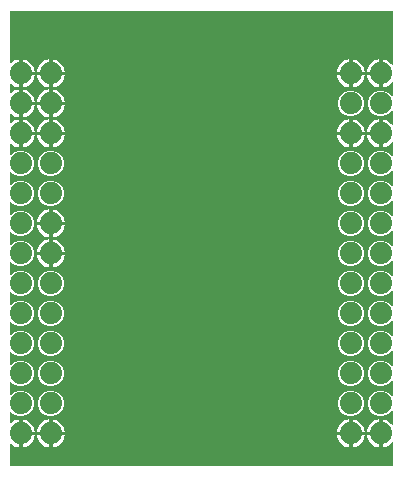
<source format=gbr>
G04 EAGLE Gerber RS-274X export*
G75*
%MOMM*%
%FSLAX34Y34*%
%LPD*%
%INBottom Copper*%
%IPPOS*%
%AMOC8*
5,1,8,0,0,1.08239X$1,22.5*%
G01*
%ADD10C,1.879600*%

G36*
X325988Y2004D02*
X325988Y2004D01*
X326007Y2002D01*
X326109Y2024D01*
X326211Y2040D01*
X326228Y2050D01*
X326248Y2054D01*
X326337Y2107D01*
X326428Y2156D01*
X326442Y2170D01*
X326459Y2180D01*
X326526Y2259D01*
X326598Y2334D01*
X326606Y2352D01*
X326619Y2367D01*
X326658Y2463D01*
X326701Y2557D01*
X326703Y2577D01*
X326711Y2595D01*
X326729Y2762D01*
X326729Y21007D01*
X326728Y21015D01*
X326729Y21023D01*
X326708Y21136D01*
X326690Y21250D01*
X326686Y21257D01*
X326684Y21265D01*
X326628Y21365D01*
X326574Y21467D01*
X326569Y21472D01*
X326565Y21480D01*
X326479Y21557D01*
X326396Y21636D01*
X326389Y21640D01*
X326383Y21645D01*
X326278Y21691D01*
X326173Y21740D01*
X326165Y21741D01*
X326157Y21744D01*
X326043Y21754D01*
X325929Y21767D01*
X325921Y21765D01*
X325913Y21766D01*
X325801Y21739D01*
X325688Y21715D01*
X325681Y21711D01*
X325673Y21709D01*
X325576Y21648D01*
X325477Y21589D01*
X325472Y21582D01*
X325465Y21578D01*
X325352Y21454D01*
X325336Y21432D01*
X324008Y20104D01*
X322487Y18999D01*
X320813Y18146D01*
X319026Y17565D01*
X317753Y17364D01*
X317753Y28448D01*
X317750Y28468D01*
X317752Y28487D01*
X317730Y28589D01*
X317713Y28691D01*
X317704Y28708D01*
X317700Y28728D01*
X317647Y28817D01*
X317598Y28908D01*
X317584Y28922D01*
X317574Y28939D01*
X317495Y29006D01*
X317420Y29077D01*
X317402Y29086D01*
X317387Y29099D01*
X317291Y29137D01*
X317197Y29181D01*
X317177Y29183D01*
X317159Y29191D01*
X316992Y29209D01*
X316229Y29209D01*
X316229Y29211D01*
X316992Y29211D01*
X317012Y29214D01*
X317031Y29212D01*
X317133Y29234D01*
X317235Y29251D01*
X317252Y29260D01*
X317272Y29264D01*
X317361Y29317D01*
X317452Y29366D01*
X317466Y29380D01*
X317483Y29390D01*
X317550Y29469D01*
X317621Y29544D01*
X317630Y29562D01*
X317643Y29577D01*
X317682Y29673D01*
X317725Y29767D01*
X317727Y29787D01*
X317735Y29805D01*
X317753Y29972D01*
X317753Y41056D01*
X319026Y40855D01*
X320813Y40274D01*
X322487Y39421D01*
X324008Y38316D01*
X325336Y36988D01*
X325352Y36966D01*
X325358Y36960D01*
X325362Y36953D01*
X325445Y36874D01*
X325527Y36793D01*
X325534Y36789D01*
X325540Y36784D01*
X325644Y36735D01*
X325748Y36685D01*
X325756Y36684D01*
X325763Y36680D01*
X325878Y36667D01*
X325991Y36652D01*
X325999Y36654D01*
X326007Y36653D01*
X326120Y36677D01*
X326233Y36700D01*
X326240Y36704D01*
X326248Y36705D01*
X326346Y36764D01*
X326447Y36821D01*
X326452Y36827D01*
X326459Y36831D01*
X326534Y36919D01*
X326610Y37005D01*
X326614Y37012D01*
X326619Y37018D01*
X326662Y37125D01*
X326707Y37231D01*
X326708Y37239D01*
X326711Y37247D01*
X326729Y37413D01*
X326729Y47824D01*
X326718Y47895D01*
X326716Y47967D01*
X326698Y48016D01*
X326690Y48067D01*
X326656Y48130D01*
X326631Y48198D01*
X326599Y48238D01*
X326574Y48285D01*
X326522Y48334D01*
X326478Y48390D01*
X326434Y48418D01*
X326396Y48454D01*
X326331Y48484D01*
X326271Y48523D01*
X326220Y48536D01*
X326173Y48558D01*
X326102Y48565D01*
X326032Y48583D01*
X325980Y48579D01*
X325929Y48585D01*
X325858Y48569D01*
X325787Y48564D01*
X325739Y48543D01*
X325688Y48532D01*
X325627Y48496D01*
X325561Y48467D01*
X325505Y48423D01*
X325477Y48406D01*
X325462Y48388D01*
X325430Y48363D01*
X322417Y45350D01*
X318403Y43687D01*
X314057Y43687D01*
X310043Y45350D01*
X306970Y48423D01*
X305307Y52437D01*
X305307Y56783D01*
X306970Y60797D01*
X310043Y63870D01*
X314057Y65533D01*
X318403Y65533D01*
X322417Y63870D01*
X325430Y60857D01*
X325488Y60815D01*
X325540Y60766D01*
X325587Y60744D01*
X325629Y60714D01*
X325698Y60693D01*
X325763Y60662D01*
X325815Y60657D01*
X325865Y60641D01*
X325936Y60643D01*
X326007Y60635D01*
X326058Y60646D01*
X326110Y60648D01*
X326178Y60672D01*
X326248Y60688D01*
X326293Y60714D01*
X326341Y60732D01*
X326397Y60777D01*
X326459Y60814D01*
X326493Y60853D01*
X326533Y60886D01*
X326572Y60946D01*
X326619Y61001D01*
X326638Y61049D01*
X326666Y61093D01*
X326684Y61162D01*
X326711Y61229D01*
X326719Y61300D01*
X326727Y61331D01*
X326725Y61355D01*
X326729Y61396D01*
X326729Y73224D01*
X326718Y73295D01*
X326716Y73367D01*
X326698Y73416D01*
X326690Y73467D01*
X326656Y73530D01*
X326631Y73598D01*
X326599Y73638D01*
X326574Y73685D01*
X326522Y73734D01*
X326478Y73790D01*
X326434Y73818D01*
X326396Y73854D01*
X326331Y73884D01*
X326271Y73923D01*
X326220Y73936D01*
X326173Y73958D01*
X326102Y73965D01*
X326032Y73983D01*
X325980Y73979D01*
X325929Y73985D01*
X325858Y73969D01*
X325787Y73964D01*
X325739Y73943D01*
X325688Y73932D01*
X325627Y73896D01*
X325561Y73867D01*
X325505Y73823D01*
X325477Y73806D01*
X325462Y73788D01*
X325430Y73763D01*
X322417Y70750D01*
X318403Y69087D01*
X314057Y69087D01*
X310043Y70750D01*
X306970Y73823D01*
X305307Y77837D01*
X305307Y82183D01*
X306970Y86197D01*
X310043Y89270D01*
X314057Y90933D01*
X318403Y90933D01*
X322417Y89270D01*
X325430Y86257D01*
X325488Y86215D01*
X325540Y86166D01*
X325587Y86144D01*
X325629Y86114D01*
X325698Y86093D01*
X325763Y86062D01*
X325815Y86057D01*
X325865Y86041D01*
X325936Y86043D01*
X326007Y86035D01*
X326058Y86046D01*
X326110Y86048D01*
X326178Y86072D01*
X326248Y86088D01*
X326293Y86114D01*
X326341Y86132D01*
X326397Y86177D01*
X326459Y86214D01*
X326493Y86253D01*
X326533Y86286D01*
X326572Y86346D01*
X326619Y86401D01*
X326638Y86449D01*
X326666Y86493D01*
X326684Y86562D01*
X326711Y86629D01*
X326719Y86700D01*
X326727Y86731D01*
X326725Y86755D01*
X326729Y86796D01*
X326729Y98624D01*
X326718Y98695D01*
X326716Y98767D01*
X326698Y98816D01*
X326690Y98867D01*
X326656Y98930D01*
X326631Y98998D01*
X326599Y99038D01*
X326574Y99085D01*
X326522Y99134D01*
X326478Y99190D01*
X326434Y99218D01*
X326396Y99254D01*
X326331Y99284D01*
X326271Y99323D01*
X326220Y99336D01*
X326173Y99358D01*
X326102Y99365D01*
X326032Y99383D01*
X325980Y99379D01*
X325929Y99385D01*
X325858Y99369D01*
X325787Y99364D01*
X325739Y99343D01*
X325688Y99332D01*
X325627Y99296D01*
X325561Y99267D01*
X325505Y99223D01*
X325477Y99206D01*
X325462Y99188D01*
X325430Y99163D01*
X322417Y96150D01*
X318403Y94487D01*
X314057Y94487D01*
X310043Y96150D01*
X306970Y99223D01*
X305307Y103237D01*
X305307Y107583D01*
X306970Y111597D01*
X310043Y114670D01*
X314057Y116333D01*
X318403Y116333D01*
X322417Y114670D01*
X325430Y111657D01*
X325488Y111615D01*
X325540Y111566D01*
X325587Y111544D01*
X325629Y111514D01*
X325698Y111493D01*
X325763Y111462D01*
X325815Y111457D01*
X325865Y111441D01*
X325936Y111443D01*
X326007Y111435D01*
X326058Y111446D01*
X326110Y111448D01*
X326178Y111472D01*
X326248Y111488D01*
X326293Y111514D01*
X326341Y111532D01*
X326397Y111577D01*
X326459Y111614D01*
X326493Y111653D01*
X326533Y111686D01*
X326572Y111746D01*
X326619Y111801D01*
X326638Y111849D01*
X326666Y111893D01*
X326684Y111962D01*
X326711Y112029D01*
X326719Y112100D01*
X326727Y112131D01*
X326725Y112155D01*
X326729Y112196D01*
X326729Y124024D01*
X326718Y124095D01*
X326716Y124167D01*
X326698Y124216D01*
X326690Y124267D01*
X326656Y124330D01*
X326631Y124398D01*
X326599Y124438D01*
X326574Y124485D01*
X326522Y124534D01*
X326478Y124590D01*
X326434Y124618D01*
X326396Y124654D01*
X326331Y124684D01*
X326271Y124723D01*
X326220Y124736D01*
X326173Y124758D01*
X326102Y124765D01*
X326032Y124783D01*
X325980Y124779D01*
X325929Y124785D01*
X325858Y124769D01*
X325787Y124764D01*
X325739Y124743D01*
X325688Y124732D01*
X325627Y124696D01*
X325561Y124667D01*
X325505Y124623D01*
X325477Y124606D01*
X325462Y124588D01*
X325430Y124563D01*
X322417Y121550D01*
X318403Y119887D01*
X314057Y119887D01*
X310043Y121550D01*
X306970Y124623D01*
X305307Y128637D01*
X305307Y132983D01*
X306970Y136997D01*
X310043Y140070D01*
X314057Y141733D01*
X318403Y141733D01*
X322417Y140070D01*
X325430Y137057D01*
X325488Y137015D01*
X325540Y136966D01*
X325587Y136944D01*
X325629Y136914D01*
X325698Y136893D01*
X325763Y136862D01*
X325815Y136857D01*
X325865Y136841D01*
X325936Y136843D01*
X326007Y136835D01*
X326058Y136846D01*
X326110Y136848D01*
X326178Y136872D01*
X326248Y136888D01*
X326293Y136914D01*
X326341Y136932D01*
X326397Y136977D01*
X326459Y137014D01*
X326493Y137053D01*
X326533Y137086D01*
X326572Y137146D01*
X326619Y137201D01*
X326638Y137249D01*
X326666Y137293D01*
X326684Y137362D01*
X326711Y137429D01*
X326719Y137500D01*
X326727Y137531D01*
X326725Y137555D01*
X326729Y137596D01*
X326729Y149424D01*
X326718Y149495D01*
X326716Y149567D01*
X326698Y149616D01*
X326690Y149667D01*
X326656Y149730D01*
X326631Y149798D01*
X326599Y149838D01*
X326574Y149885D01*
X326522Y149934D01*
X326478Y149990D01*
X326434Y150018D01*
X326396Y150054D01*
X326331Y150084D01*
X326271Y150123D01*
X326220Y150136D01*
X326173Y150158D01*
X326102Y150165D01*
X326032Y150183D01*
X325980Y150179D01*
X325929Y150185D01*
X325858Y150169D01*
X325787Y150164D01*
X325739Y150143D01*
X325688Y150132D01*
X325627Y150096D01*
X325561Y150067D01*
X325505Y150023D01*
X325477Y150006D01*
X325462Y149988D01*
X325430Y149963D01*
X322417Y146950D01*
X318403Y145287D01*
X314057Y145287D01*
X310043Y146950D01*
X306970Y150023D01*
X305307Y154037D01*
X305307Y158383D01*
X306970Y162397D01*
X310043Y165470D01*
X314057Y167133D01*
X318403Y167133D01*
X322417Y165470D01*
X325430Y162457D01*
X325488Y162415D01*
X325540Y162366D01*
X325587Y162344D01*
X325629Y162314D01*
X325698Y162293D01*
X325763Y162262D01*
X325815Y162257D01*
X325865Y162241D01*
X325936Y162243D01*
X326007Y162235D01*
X326058Y162246D01*
X326110Y162248D01*
X326178Y162272D01*
X326248Y162288D01*
X326293Y162314D01*
X326341Y162332D01*
X326397Y162377D01*
X326459Y162414D01*
X326493Y162453D01*
X326533Y162486D01*
X326572Y162546D01*
X326619Y162601D01*
X326638Y162649D01*
X326666Y162693D01*
X326684Y162762D01*
X326711Y162829D01*
X326719Y162900D01*
X326727Y162931D01*
X326725Y162955D01*
X326729Y162996D01*
X326729Y174824D01*
X326727Y174836D01*
X326728Y174844D01*
X326719Y174884D01*
X326718Y174895D01*
X326716Y174967D01*
X326698Y175016D01*
X326690Y175067D01*
X326656Y175130D01*
X326631Y175198D01*
X326599Y175238D01*
X326574Y175285D01*
X326522Y175334D01*
X326478Y175390D01*
X326434Y175418D01*
X326396Y175454D01*
X326331Y175484D01*
X326271Y175523D01*
X326220Y175536D01*
X326173Y175558D01*
X326102Y175565D01*
X326032Y175583D01*
X325980Y175579D01*
X325929Y175585D01*
X325858Y175569D01*
X325787Y175564D01*
X325739Y175543D01*
X325688Y175532D01*
X325627Y175496D01*
X325561Y175467D01*
X325505Y175423D01*
X325477Y175406D01*
X325462Y175388D01*
X325430Y175363D01*
X322417Y172350D01*
X318403Y170687D01*
X314057Y170687D01*
X310043Y172350D01*
X306970Y175423D01*
X305307Y179437D01*
X305307Y183783D01*
X306970Y187797D01*
X310043Y190870D01*
X314057Y192533D01*
X318403Y192533D01*
X322417Y190870D01*
X325430Y187857D01*
X325488Y187815D01*
X325540Y187766D01*
X325587Y187744D01*
X325629Y187714D01*
X325698Y187693D01*
X325763Y187662D01*
X325815Y187657D01*
X325865Y187641D01*
X325936Y187643D01*
X326007Y187635D01*
X326058Y187646D01*
X326110Y187648D01*
X326178Y187672D01*
X326248Y187688D01*
X326293Y187714D01*
X326341Y187732D01*
X326397Y187777D01*
X326459Y187814D01*
X326493Y187853D01*
X326533Y187886D01*
X326572Y187946D01*
X326619Y188001D01*
X326638Y188049D01*
X326666Y188093D01*
X326684Y188162D01*
X326711Y188229D01*
X326719Y188300D01*
X326727Y188331D01*
X326725Y188355D01*
X326729Y188396D01*
X326729Y200224D01*
X326718Y200295D01*
X326716Y200367D01*
X326698Y200416D01*
X326690Y200467D01*
X326656Y200530D01*
X326631Y200598D01*
X326599Y200638D01*
X326574Y200685D01*
X326522Y200734D01*
X326478Y200790D01*
X326434Y200818D01*
X326396Y200854D01*
X326331Y200884D01*
X326271Y200923D01*
X326220Y200936D01*
X326173Y200958D01*
X326102Y200965D01*
X326032Y200983D01*
X325980Y200979D01*
X325929Y200985D01*
X325858Y200969D01*
X325787Y200964D01*
X325739Y200943D01*
X325688Y200932D01*
X325627Y200896D01*
X325561Y200867D01*
X325505Y200823D01*
X325477Y200806D01*
X325462Y200788D01*
X325430Y200763D01*
X322417Y197750D01*
X318403Y196087D01*
X314057Y196087D01*
X310043Y197750D01*
X306970Y200823D01*
X305307Y204837D01*
X305307Y209183D01*
X306970Y213197D01*
X310043Y216270D01*
X314057Y217933D01*
X318403Y217933D01*
X322417Y216270D01*
X325430Y213257D01*
X325488Y213215D01*
X325540Y213166D01*
X325587Y213144D01*
X325629Y213114D01*
X325698Y213093D01*
X325763Y213062D01*
X325815Y213057D01*
X325865Y213041D01*
X325936Y213043D01*
X326007Y213035D01*
X326058Y213046D01*
X326110Y213048D01*
X326178Y213072D01*
X326248Y213088D01*
X326293Y213114D01*
X326341Y213132D01*
X326397Y213177D01*
X326459Y213214D01*
X326493Y213253D01*
X326533Y213286D01*
X326572Y213346D01*
X326619Y213401D01*
X326638Y213449D01*
X326666Y213493D01*
X326684Y213562D01*
X326711Y213629D01*
X326719Y213700D01*
X326727Y213731D01*
X326725Y213755D01*
X326729Y213796D01*
X326729Y225624D01*
X326718Y225695D01*
X326716Y225767D01*
X326698Y225816D01*
X326690Y225867D01*
X326656Y225930D01*
X326631Y225998D01*
X326599Y226038D01*
X326574Y226085D01*
X326522Y226134D01*
X326478Y226190D01*
X326434Y226218D01*
X326396Y226254D01*
X326331Y226284D01*
X326271Y226323D01*
X326220Y226336D01*
X326173Y226358D01*
X326102Y226365D01*
X326032Y226383D01*
X325980Y226379D01*
X325929Y226385D01*
X325858Y226369D01*
X325787Y226364D01*
X325739Y226343D01*
X325688Y226332D01*
X325627Y226296D01*
X325561Y226267D01*
X325505Y226223D01*
X325477Y226206D01*
X325462Y226188D01*
X325430Y226163D01*
X322417Y223150D01*
X318403Y221487D01*
X314057Y221487D01*
X310043Y223150D01*
X306970Y226223D01*
X305307Y230237D01*
X305307Y234583D01*
X306970Y238597D01*
X310043Y241670D01*
X314057Y243333D01*
X318403Y243333D01*
X322417Y241670D01*
X325430Y238657D01*
X325488Y238615D01*
X325540Y238566D01*
X325587Y238544D01*
X325629Y238514D01*
X325698Y238493D01*
X325763Y238462D01*
X325815Y238457D01*
X325865Y238441D01*
X325936Y238443D01*
X326007Y238435D01*
X326058Y238446D01*
X326110Y238448D01*
X326178Y238472D01*
X326248Y238488D01*
X326293Y238514D01*
X326341Y238532D01*
X326397Y238577D01*
X326459Y238614D01*
X326493Y238653D01*
X326533Y238686D01*
X326572Y238746D01*
X326619Y238801D01*
X326638Y238849D01*
X326666Y238893D01*
X326684Y238962D01*
X326711Y239029D01*
X326719Y239100D01*
X326727Y239131D01*
X326725Y239155D01*
X326729Y239196D01*
X326729Y251024D01*
X326718Y251095D01*
X326716Y251167D01*
X326698Y251216D01*
X326690Y251267D01*
X326656Y251330D01*
X326631Y251398D01*
X326599Y251438D01*
X326574Y251485D01*
X326522Y251534D01*
X326478Y251590D01*
X326434Y251618D01*
X326396Y251654D01*
X326331Y251684D01*
X326271Y251723D01*
X326220Y251736D01*
X326173Y251758D01*
X326102Y251765D01*
X326032Y251783D01*
X325980Y251779D01*
X325929Y251785D01*
X325858Y251769D01*
X325787Y251764D01*
X325739Y251743D01*
X325688Y251732D01*
X325627Y251696D01*
X325561Y251667D01*
X325505Y251623D01*
X325477Y251606D01*
X325462Y251588D01*
X325430Y251563D01*
X322417Y248550D01*
X318403Y246887D01*
X314057Y246887D01*
X310043Y248550D01*
X306970Y251623D01*
X305307Y255637D01*
X305307Y259983D01*
X306970Y263997D01*
X310043Y267070D01*
X314057Y268733D01*
X318403Y268733D01*
X322417Y267070D01*
X325430Y264057D01*
X325488Y264015D01*
X325540Y263966D01*
X325587Y263944D01*
X325629Y263914D01*
X325698Y263893D01*
X325763Y263862D01*
X325815Y263857D01*
X325865Y263841D01*
X325936Y263843D01*
X326007Y263835D01*
X326058Y263846D01*
X326110Y263848D01*
X326178Y263872D01*
X326248Y263888D01*
X326293Y263914D01*
X326341Y263932D01*
X326397Y263977D01*
X326459Y264014D01*
X326493Y264053D01*
X326533Y264086D01*
X326572Y264146D01*
X326619Y264201D01*
X326638Y264249D01*
X326666Y264293D01*
X326684Y264362D01*
X326711Y264429D01*
X326719Y264500D01*
X326727Y264531D01*
X326725Y264555D01*
X326729Y264596D01*
X326729Y275007D01*
X326728Y275015D01*
X326729Y275023D01*
X326708Y275136D01*
X326690Y275250D01*
X326686Y275257D01*
X326684Y275265D01*
X326628Y275365D01*
X326574Y275467D01*
X326569Y275472D01*
X326565Y275480D01*
X326479Y275557D01*
X326396Y275636D01*
X326389Y275640D01*
X326383Y275645D01*
X326278Y275691D01*
X326173Y275740D01*
X326165Y275741D01*
X326157Y275744D01*
X326043Y275754D01*
X325929Y275767D01*
X325921Y275765D01*
X325913Y275766D01*
X325801Y275739D01*
X325688Y275715D01*
X325681Y275711D01*
X325673Y275709D01*
X325576Y275648D01*
X325477Y275589D01*
X325472Y275582D01*
X325465Y275578D01*
X325352Y275454D01*
X325336Y275432D01*
X324008Y274104D01*
X322487Y272999D01*
X320813Y272146D01*
X319026Y271565D01*
X317753Y271364D01*
X317753Y282448D01*
X317750Y282468D01*
X317752Y282487D01*
X317730Y282589D01*
X317713Y282691D01*
X317704Y282708D01*
X317700Y282728D01*
X317647Y282817D01*
X317598Y282908D01*
X317584Y282922D01*
X317574Y282939D01*
X317495Y283006D01*
X317420Y283077D01*
X317402Y283086D01*
X317387Y283099D01*
X317291Y283137D01*
X317197Y283181D01*
X317177Y283183D01*
X317159Y283191D01*
X316992Y283209D01*
X316229Y283209D01*
X316229Y283211D01*
X316992Y283211D01*
X317012Y283214D01*
X317031Y283212D01*
X317133Y283234D01*
X317235Y283251D01*
X317252Y283260D01*
X317272Y283264D01*
X317361Y283317D01*
X317452Y283366D01*
X317466Y283380D01*
X317483Y283390D01*
X317550Y283469D01*
X317621Y283544D01*
X317630Y283562D01*
X317643Y283577D01*
X317682Y283673D01*
X317725Y283767D01*
X317727Y283787D01*
X317735Y283805D01*
X317753Y283972D01*
X317753Y295056D01*
X319026Y294855D01*
X320813Y294274D01*
X322487Y293421D01*
X324008Y292316D01*
X325336Y290988D01*
X325352Y290966D01*
X325358Y290960D01*
X325362Y290953D01*
X325445Y290874D01*
X325527Y290793D01*
X325534Y290789D01*
X325540Y290784D01*
X325644Y290735D01*
X325748Y290685D01*
X325756Y290684D01*
X325763Y290680D01*
X325878Y290667D01*
X325991Y290652D01*
X325999Y290654D01*
X326007Y290653D01*
X326120Y290677D01*
X326233Y290700D01*
X326240Y290704D01*
X326248Y290705D01*
X326346Y290764D01*
X326447Y290821D01*
X326452Y290827D01*
X326459Y290831D01*
X326534Y290919D01*
X326610Y291005D01*
X326614Y291012D01*
X326619Y291018D01*
X326662Y291125D01*
X326707Y291231D01*
X326708Y291239D01*
X326711Y291247D01*
X326729Y291413D01*
X326729Y301824D01*
X326718Y301895D01*
X326716Y301967D01*
X326698Y302016D01*
X326690Y302067D01*
X326656Y302130D01*
X326631Y302198D01*
X326599Y302238D01*
X326574Y302285D01*
X326522Y302334D01*
X326478Y302390D01*
X326434Y302418D01*
X326396Y302454D01*
X326331Y302484D01*
X326271Y302523D01*
X326220Y302536D01*
X326173Y302558D01*
X326102Y302565D01*
X326032Y302583D01*
X325980Y302579D01*
X325929Y302585D01*
X325858Y302569D01*
X325787Y302564D01*
X325739Y302543D01*
X325688Y302532D01*
X325627Y302496D01*
X325561Y302467D01*
X325505Y302423D01*
X325477Y302406D01*
X325462Y302388D01*
X325430Y302363D01*
X322417Y299350D01*
X318403Y297687D01*
X314057Y297687D01*
X310043Y299350D01*
X306970Y302423D01*
X305307Y306437D01*
X305307Y310783D01*
X306970Y314797D01*
X310043Y317870D01*
X314057Y319533D01*
X318403Y319533D01*
X322417Y317870D01*
X325430Y314857D01*
X325488Y314815D01*
X325540Y314766D01*
X325587Y314744D01*
X325629Y314714D01*
X325698Y314693D01*
X325763Y314662D01*
X325815Y314657D01*
X325865Y314641D01*
X325936Y314643D01*
X326007Y314635D01*
X326058Y314646D01*
X326110Y314648D01*
X326178Y314672D01*
X326248Y314688D01*
X326293Y314714D01*
X326341Y314732D01*
X326397Y314777D01*
X326459Y314814D01*
X326493Y314853D01*
X326533Y314886D01*
X326572Y314946D01*
X326619Y315001D01*
X326638Y315049D01*
X326666Y315093D01*
X326684Y315162D01*
X326711Y315229D01*
X326719Y315300D01*
X326727Y315331D01*
X326725Y315355D01*
X326729Y315396D01*
X326729Y325807D01*
X326728Y325815D01*
X326729Y325823D01*
X326708Y325936D01*
X326690Y326049D01*
X326686Y326057D01*
X326684Y326064D01*
X326628Y326165D01*
X326574Y326267D01*
X326569Y326272D01*
X326565Y326279D01*
X326479Y326357D01*
X326396Y326436D01*
X326389Y326440D01*
X326383Y326445D01*
X326277Y326491D01*
X326173Y326540D01*
X326165Y326541D01*
X326158Y326544D01*
X326042Y326554D01*
X325929Y326567D01*
X325921Y326565D01*
X325913Y326566D01*
X325800Y326539D01*
X325688Y326515D01*
X325681Y326511D01*
X325673Y326509D01*
X325575Y326447D01*
X325477Y326389D01*
X325472Y326382D01*
X325465Y326378D01*
X325352Y326254D01*
X325336Y326232D01*
X324008Y324904D01*
X322487Y323799D01*
X320813Y322946D01*
X319026Y322365D01*
X317753Y322164D01*
X317753Y333248D01*
X317750Y333268D01*
X317752Y333287D01*
X317730Y333389D01*
X317713Y333491D01*
X317704Y333508D01*
X317700Y333528D01*
X317647Y333617D01*
X317598Y333708D01*
X317584Y333722D01*
X317574Y333739D01*
X317495Y333806D01*
X317420Y333877D01*
X317402Y333886D01*
X317387Y333899D01*
X317291Y333937D01*
X317197Y333981D01*
X317177Y333983D01*
X317159Y333991D01*
X316992Y334009D01*
X316229Y334009D01*
X316229Y334011D01*
X316992Y334011D01*
X317012Y334014D01*
X317031Y334012D01*
X317133Y334034D01*
X317235Y334051D01*
X317252Y334060D01*
X317272Y334064D01*
X317361Y334117D01*
X317452Y334166D01*
X317466Y334180D01*
X317483Y334190D01*
X317550Y334269D01*
X317621Y334344D01*
X317630Y334362D01*
X317643Y334377D01*
X317682Y334473D01*
X317725Y334567D01*
X317727Y334587D01*
X317735Y334605D01*
X317753Y334772D01*
X317753Y345856D01*
X319026Y345655D01*
X320813Y345074D01*
X322487Y344221D01*
X324008Y343116D01*
X325336Y341788D01*
X325352Y341766D01*
X325358Y341760D01*
X325362Y341753D01*
X325445Y341674D01*
X325527Y341593D01*
X325534Y341589D01*
X325540Y341584D01*
X325644Y341535D01*
X325748Y341485D01*
X325756Y341484D01*
X325763Y341480D01*
X325877Y341467D01*
X325992Y341452D01*
X325999Y341454D01*
X326007Y341453D01*
X326120Y341478D01*
X326233Y341500D01*
X326240Y341504D01*
X326248Y341505D01*
X326347Y341564D01*
X326447Y341621D01*
X326452Y341627D01*
X326459Y341631D01*
X326534Y341719D01*
X326610Y341805D01*
X326614Y341812D01*
X326619Y341818D01*
X326662Y341926D01*
X326707Y342031D01*
X326708Y342039D01*
X326711Y342047D01*
X326729Y342213D01*
X326729Y386368D01*
X326726Y386388D01*
X326728Y386407D01*
X326706Y386509D01*
X326690Y386611D01*
X326680Y386628D01*
X326676Y386648D01*
X326623Y386737D01*
X326574Y386828D01*
X326560Y386842D01*
X326550Y386859D01*
X326471Y386926D01*
X326396Y386998D01*
X326378Y387006D01*
X326363Y387019D01*
X326267Y387058D01*
X326173Y387101D01*
X326153Y387103D01*
X326135Y387111D01*
X325968Y387129D01*
X2762Y387129D01*
X2742Y387126D01*
X2723Y387128D01*
X2621Y387106D01*
X2519Y387090D01*
X2502Y387080D01*
X2482Y387076D01*
X2393Y387023D01*
X2302Y386974D01*
X2288Y386960D01*
X2271Y386950D01*
X2204Y386871D01*
X2132Y386796D01*
X2124Y386778D01*
X2111Y386763D01*
X2072Y386667D01*
X2029Y386573D01*
X2027Y386553D01*
X2019Y386535D01*
X2001Y386368D01*
X2001Y343302D01*
X2012Y343232D01*
X2014Y343160D01*
X2032Y343111D01*
X2040Y343060D01*
X2074Y342996D01*
X2099Y342929D01*
X2131Y342888D01*
X2156Y342842D01*
X2207Y342793D01*
X2252Y342737D01*
X2296Y342709D01*
X2334Y342673D01*
X2399Y342643D01*
X2459Y342604D01*
X2510Y342591D01*
X2557Y342569D01*
X2628Y342561D01*
X2698Y342544D01*
X2750Y342548D01*
X2801Y342542D01*
X2872Y342557D01*
X2943Y342563D01*
X2991Y342583D01*
X3042Y342594D01*
X3103Y342631D01*
X3169Y342659D01*
X3225Y342704D01*
X3253Y342721D01*
X3268Y342738D01*
X3300Y342764D01*
X3652Y343116D01*
X5173Y344221D01*
X6847Y345074D01*
X8634Y345655D01*
X9907Y345856D01*
X9907Y334772D01*
X9910Y334752D01*
X9908Y334733D01*
X9930Y334631D01*
X9947Y334529D01*
X9956Y334512D01*
X9960Y334492D01*
X10013Y334403D01*
X10062Y334312D01*
X10076Y334298D01*
X10086Y334281D01*
X10165Y334214D01*
X10240Y334143D01*
X10258Y334134D01*
X10273Y334121D01*
X10369Y334083D01*
X10463Y334039D01*
X10483Y334037D01*
X10501Y334029D01*
X10668Y334011D01*
X11431Y334011D01*
X11431Y334009D01*
X10668Y334009D01*
X10648Y334006D01*
X10629Y334008D01*
X10527Y333986D01*
X10425Y333969D01*
X10408Y333960D01*
X10388Y333956D01*
X10299Y333903D01*
X10208Y333854D01*
X10194Y333840D01*
X10177Y333830D01*
X10110Y333751D01*
X10039Y333676D01*
X10030Y333658D01*
X10017Y333643D01*
X9978Y333547D01*
X9935Y333453D01*
X9933Y333433D01*
X9925Y333415D01*
X9907Y333248D01*
X9907Y322164D01*
X8634Y322365D01*
X6847Y322946D01*
X5173Y323799D01*
X3652Y324904D01*
X3300Y325256D01*
X3242Y325298D01*
X3190Y325347D01*
X3143Y325369D01*
X3101Y325399D01*
X3032Y325420D01*
X2967Y325451D01*
X2915Y325456D01*
X2865Y325472D01*
X2794Y325470D01*
X2723Y325478D01*
X2672Y325467D01*
X2620Y325465D01*
X2552Y325441D01*
X2482Y325426D01*
X2437Y325399D01*
X2389Y325381D01*
X2333Y325336D01*
X2271Y325299D01*
X2237Y325260D01*
X2197Y325227D01*
X2158Y325167D01*
X2111Y325112D01*
X2092Y325064D01*
X2064Y325020D01*
X2046Y324951D01*
X2019Y324884D01*
X2011Y324813D01*
X2003Y324782D01*
X2005Y324758D01*
X2001Y324718D01*
X2001Y317902D01*
X2003Y317890D01*
X2002Y317880D01*
X2012Y317831D01*
X2014Y317760D01*
X2032Y317711D01*
X2040Y317660D01*
X2074Y317596D01*
X2099Y317529D01*
X2131Y317488D01*
X2156Y317442D01*
X2207Y317393D01*
X2252Y317337D01*
X2296Y317309D01*
X2334Y317273D01*
X2399Y317243D01*
X2459Y317204D01*
X2510Y317191D01*
X2557Y317169D01*
X2628Y317161D01*
X2698Y317144D01*
X2750Y317148D01*
X2801Y317142D01*
X2872Y317157D01*
X2943Y317163D01*
X2991Y317183D01*
X3042Y317194D01*
X3103Y317231D01*
X3169Y317259D01*
X3225Y317304D01*
X3253Y317321D01*
X3268Y317338D01*
X3300Y317364D01*
X3652Y317716D01*
X5173Y318821D01*
X6847Y319674D01*
X8634Y320255D01*
X9907Y320456D01*
X9907Y309372D01*
X9910Y309352D01*
X9908Y309333D01*
X9930Y309231D01*
X9947Y309129D01*
X9956Y309112D01*
X9960Y309092D01*
X10013Y309003D01*
X10062Y308912D01*
X10076Y308898D01*
X10086Y308881D01*
X10165Y308814D01*
X10240Y308743D01*
X10258Y308734D01*
X10273Y308721D01*
X10369Y308683D01*
X10463Y308639D01*
X10483Y308637D01*
X10501Y308629D01*
X10668Y308611D01*
X11431Y308611D01*
X11431Y308609D01*
X10668Y308609D01*
X10648Y308606D01*
X10629Y308608D01*
X10527Y308586D01*
X10425Y308569D01*
X10408Y308560D01*
X10388Y308556D01*
X10299Y308503D01*
X10208Y308454D01*
X10194Y308440D01*
X10177Y308430D01*
X10110Y308351D01*
X10039Y308276D01*
X10030Y308258D01*
X10017Y308243D01*
X9978Y308147D01*
X9935Y308053D01*
X9933Y308033D01*
X9925Y308015D01*
X9907Y307848D01*
X9907Y296764D01*
X8634Y296965D01*
X6847Y297546D01*
X5173Y298399D01*
X3652Y299504D01*
X3300Y299856D01*
X3242Y299898D01*
X3190Y299947D01*
X3143Y299969D01*
X3101Y299999D01*
X3032Y300020D01*
X2967Y300051D01*
X2915Y300056D01*
X2865Y300072D01*
X2794Y300070D01*
X2723Y300078D01*
X2672Y300067D01*
X2620Y300065D01*
X2552Y300041D01*
X2482Y300026D01*
X2437Y299999D01*
X2389Y299981D01*
X2333Y299936D01*
X2271Y299899D01*
X2237Y299860D01*
X2197Y299827D01*
X2158Y299767D01*
X2111Y299712D01*
X2092Y299664D01*
X2064Y299620D01*
X2046Y299551D01*
X2019Y299484D01*
X2011Y299413D01*
X2003Y299382D01*
X2005Y299358D01*
X2001Y299318D01*
X2001Y292502D01*
X2012Y292432D01*
X2014Y292360D01*
X2032Y292311D01*
X2040Y292260D01*
X2074Y292196D01*
X2099Y292129D01*
X2131Y292088D01*
X2156Y292042D01*
X2207Y291993D01*
X2252Y291937D01*
X2296Y291909D01*
X2334Y291873D01*
X2399Y291843D01*
X2459Y291804D01*
X2510Y291791D01*
X2557Y291769D01*
X2628Y291761D01*
X2698Y291744D01*
X2750Y291748D01*
X2801Y291742D01*
X2872Y291757D01*
X2943Y291763D01*
X2991Y291783D01*
X3042Y291794D01*
X3103Y291831D01*
X3169Y291859D01*
X3225Y291904D01*
X3253Y291921D01*
X3268Y291938D01*
X3300Y291964D01*
X3652Y292316D01*
X5173Y293421D01*
X6847Y294274D01*
X8634Y294855D01*
X9907Y295056D01*
X9907Y283972D01*
X9910Y283952D01*
X9908Y283933D01*
X9930Y283831D01*
X9947Y283729D01*
X9956Y283712D01*
X9960Y283692D01*
X10013Y283603D01*
X10062Y283512D01*
X10076Y283498D01*
X10086Y283481D01*
X10165Y283414D01*
X10240Y283343D01*
X10258Y283334D01*
X10273Y283321D01*
X10369Y283283D01*
X10463Y283239D01*
X10483Y283237D01*
X10501Y283229D01*
X10668Y283211D01*
X11431Y283211D01*
X11431Y283209D01*
X10668Y283209D01*
X10648Y283206D01*
X10629Y283208D01*
X10527Y283186D01*
X10425Y283169D01*
X10408Y283160D01*
X10388Y283156D01*
X10299Y283103D01*
X10208Y283054D01*
X10194Y283040D01*
X10177Y283030D01*
X10110Y282951D01*
X10039Y282876D01*
X10030Y282858D01*
X10017Y282843D01*
X9978Y282747D01*
X9935Y282653D01*
X9933Y282633D01*
X9925Y282615D01*
X9907Y282448D01*
X9907Y271364D01*
X8634Y271565D01*
X6847Y272146D01*
X5173Y272999D01*
X3652Y274104D01*
X3300Y274456D01*
X3242Y274498D01*
X3190Y274547D01*
X3143Y274569D01*
X3101Y274599D01*
X3032Y274620D01*
X2967Y274651D01*
X2915Y274656D01*
X2865Y274672D01*
X2794Y274670D01*
X2723Y274678D01*
X2672Y274667D01*
X2620Y274665D01*
X2552Y274641D01*
X2482Y274626D01*
X2437Y274599D01*
X2389Y274581D01*
X2333Y274536D01*
X2271Y274499D01*
X2237Y274460D01*
X2197Y274427D01*
X2158Y274367D01*
X2111Y274312D01*
X2092Y274264D01*
X2064Y274220D01*
X2046Y274151D01*
X2019Y274084D01*
X2011Y274013D01*
X2003Y273982D01*
X2005Y273958D01*
X2001Y273918D01*
X2001Y265666D01*
X2012Y265595D01*
X2014Y265523D01*
X2032Y265474D01*
X2040Y265423D01*
X2074Y265360D01*
X2099Y265292D01*
X2131Y265252D01*
X2156Y265205D01*
X2208Y265156D01*
X2252Y265100D01*
X2296Y265072D01*
X2334Y265036D01*
X2399Y265006D01*
X2459Y264967D01*
X2510Y264954D01*
X2557Y264932D01*
X2628Y264925D01*
X2698Y264907D01*
X2750Y264911D01*
X2801Y264905D01*
X2872Y264921D01*
X2943Y264926D01*
X2991Y264947D01*
X3042Y264958D01*
X3103Y264994D01*
X3169Y265023D01*
X3225Y265067D01*
X3253Y265084D01*
X3268Y265102D01*
X3300Y265127D01*
X5243Y267070D01*
X9257Y268733D01*
X13603Y268733D01*
X17617Y267070D01*
X20690Y263997D01*
X22353Y259983D01*
X22353Y255637D01*
X20690Y251623D01*
X17617Y248550D01*
X13603Y246887D01*
X9257Y246887D01*
X5243Y248550D01*
X3300Y250493D01*
X3242Y250535D01*
X3190Y250584D01*
X3143Y250606D01*
X3101Y250636D01*
X3032Y250657D01*
X2967Y250688D01*
X2915Y250693D01*
X2865Y250709D01*
X2794Y250707D01*
X2723Y250715D01*
X2672Y250704D01*
X2620Y250702D01*
X2552Y250678D01*
X2482Y250662D01*
X2437Y250636D01*
X2389Y250618D01*
X2333Y250573D01*
X2271Y250536D01*
X2237Y250497D01*
X2197Y250464D01*
X2158Y250404D01*
X2111Y250349D01*
X2092Y250301D01*
X2064Y250257D01*
X2046Y250188D01*
X2019Y250121D01*
X2011Y250050D01*
X2003Y250019D01*
X2005Y249995D01*
X2001Y249954D01*
X2001Y240266D01*
X2004Y240248D01*
X2002Y240233D01*
X2013Y240183D01*
X2014Y240123D01*
X2032Y240074D01*
X2040Y240023D01*
X2052Y240001D01*
X2054Y239992D01*
X2075Y239957D01*
X2099Y239892D01*
X2131Y239852D01*
X2156Y239805D01*
X2179Y239783D01*
X2180Y239781D01*
X2191Y239772D01*
X2208Y239756D01*
X2252Y239700D01*
X2296Y239672D01*
X2334Y239636D01*
X2399Y239606D01*
X2459Y239567D01*
X2510Y239554D01*
X2557Y239532D01*
X2628Y239525D01*
X2698Y239507D01*
X2750Y239511D01*
X2801Y239505D01*
X2872Y239521D01*
X2943Y239526D01*
X2991Y239547D01*
X3002Y239549D01*
X3011Y239550D01*
X3013Y239551D01*
X3042Y239558D01*
X3103Y239594D01*
X3169Y239623D01*
X3213Y239657D01*
X3228Y239666D01*
X3237Y239674D01*
X3253Y239684D01*
X3268Y239702D01*
X3300Y239727D01*
X5243Y241670D01*
X9257Y243333D01*
X13603Y243333D01*
X17617Y241670D01*
X20690Y238597D01*
X22353Y234583D01*
X22353Y230237D01*
X20690Y226223D01*
X17617Y223150D01*
X13603Y221487D01*
X9257Y221487D01*
X5243Y223150D01*
X3300Y225093D01*
X3242Y225135D01*
X3190Y225184D01*
X3143Y225206D01*
X3101Y225236D01*
X3032Y225257D01*
X2967Y225288D01*
X2915Y225293D01*
X2865Y225309D01*
X2794Y225307D01*
X2723Y225315D01*
X2672Y225304D01*
X2620Y225302D01*
X2552Y225278D01*
X2482Y225262D01*
X2437Y225236D01*
X2389Y225218D01*
X2333Y225173D01*
X2271Y225136D01*
X2237Y225097D01*
X2197Y225064D01*
X2158Y225004D01*
X2111Y224949D01*
X2092Y224901D01*
X2064Y224857D01*
X2046Y224788D01*
X2019Y224721D01*
X2011Y224650D01*
X2003Y224619D01*
X2005Y224595D01*
X2001Y224554D01*
X2001Y214866D01*
X2012Y214795D01*
X2014Y214723D01*
X2032Y214674D01*
X2040Y214623D01*
X2074Y214560D01*
X2099Y214492D01*
X2131Y214452D01*
X2156Y214405D01*
X2208Y214356D01*
X2252Y214300D01*
X2296Y214272D01*
X2334Y214236D01*
X2399Y214206D01*
X2459Y214167D01*
X2510Y214154D01*
X2557Y214132D01*
X2628Y214125D01*
X2698Y214107D01*
X2750Y214111D01*
X2801Y214105D01*
X2872Y214121D01*
X2943Y214126D01*
X2991Y214147D01*
X3042Y214158D01*
X3103Y214194D01*
X3169Y214223D01*
X3225Y214267D01*
X3253Y214284D01*
X3268Y214302D01*
X3300Y214327D01*
X5243Y216270D01*
X9257Y217933D01*
X13603Y217933D01*
X17617Y216270D01*
X20690Y213197D01*
X22353Y209183D01*
X22353Y204837D01*
X20690Y200823D01*
X17617Y197750D01*
X13603Y196087D01*
X9257Y196087D01*
X5243Y197750D01*
X3300Y199693D01*
X3242Y199735D01*
X3190Y199784D01*
X3143Y199806D01*
X3101Y199836D01*
X3032Y199857D01*
X2967Y199888D01*
X2915Y199893D01*
X2865Y199909D01*
X2794Y199907D01*
X2723Y199915D01*
X2672Y199904D01*
X2620Y199902D01*
X2552Y199878D01*
X2482Y199862D01*
X2437Y199836D01*
X2389Y199818D01*
X2333Y199773D01*
X2271Y199736D01*
X2237Y199697D01*
X2197Y199664D01*
X2158Y199604D01*
X2111Y199549D01*
X2092Y199501D01*
X2064Y199457D01*
X2046Y199388D01*
X2019Y199321D01*
X2011Y199250D01*
X2003Y199219D01*
X2005Y199195D01*
X2001Y199154D01*
X2001Y189466D01*
X2012Y189395D01*
X2014Y189323D01*
X2032Y189274D01*
X2040Y189223D01*
X2074Y189160D01*
X2099Y189092D01*
X2131Y189052D01*
X2156Y189005D01*
X2208Y188956D01*
X2252Y188900D01*
X2296Y188872D01*
X2334Y188836D01*
X2399Y188806D01*
X2459Y188767D01*
X2510Y188754D01*
X2557Y188732D01*
X2628Y188725D01*
X2698Y188707D01*
X2750Y188711D01*
X2801Y188705D01*
X2872Y188721D01*
X2943Y188726D01*
X2991Y188747D01*
X3042Y188758D01*
X3103Y188794D01*
X3169Y188823D01*
X3225Y188867D01*
X3253Y188884D01*
X3268Y188902D01*
X3300Y188927D01*
X5243Y190870D01*
X9257Y192533D01*
X13603Y192533D01*
X17617Y190870D01*
X20690Y187797D01*
X22353Y183783D01*
X22353Y179437D01*
X20690Y175423D01*
X17617Y172350D01*
X13603Y170687D01*
X9257Y170687D01*
X5243Y172350D01*
X3300Y174293D01*
X3242Y174335D01*
X3190Y174384D01*
X3143Y174406D01*
X3101Y174436D01*
X3032Y174457D01*
X2967Y174488D01*
X2915Y174493D01*
X2865Y174509D01*
X2794Y174507D01*
X2723Y174515D01*
X2672Y174504D01*
X2620Y174502D01*
X2552Y174478D01*
X2482Y174462D01*
X2437Y174436D01*
X2389Y174418D01*
X2333Y174373D01*
X2271Y174336D01*
X2237Y174297D01*
X2197Y174264D01*
X2158Y174204D01*
X2111Y174149D01*
X2092Y174101D01*
X2064Y174057D01*
X2046Y173988D01*
X2019Y173921D01*
X2011Y173850D01*
X2003Y173819D01*
X2005Y173795D01*
X2001Y173754D01*
X2001Y164066D01*
X2012Y163995D01*
X2014Y163923D01*
X2032Y163874D01*
X2040Y163823D01*
X2074Y163760D01*
X2099Y163692D01*
X2131Y163652D01*
X2156Y163605D01*
X2208Y163556D01*
X2252Y163500D01*
X2296Y163472D01*
X2334Y163436D01*
X2399Y163406D01*
X2459Y163367D01*
X2510Y163354D01*
X2557Y163332D01*
X2628Y163325D01*
X2698Y163307D01*
X2750Y163311D01*
X2801Y163305D01*
X2872Y163321D01*
X2943Y163326D01*
X2991Y163347D01*
X3042Y163358D01*
X3103Y163394D01*
X3169Y163423D01*
X3225Y163467D01*
X3253Y163484D01*
X3268Y163502D01*
X3300Y163527D01*
X5243Y165470D01*
X9257Y167133D01*
X13603Y167133D01*
X17617Y165470D01*
X20690Y162397D01*
X22353Y158383D01*
X22353Y154037D01*
X20690Y150023D01*
X17617Y146950D01*
X13603Y145287D01*
X9257Y145287D01*
X5243Y146950D01*
X3300Y148893D01*
X3242Y148935D01*
X3190Y148984D01*
X3143Y149006D01*
X3101Y149036D01*
X3032Y149057D01*
X2967Y149088D01*
X2915Y149093D01*
X2865Y149109D01*
X2794Y149107D01*
X2723Y149115D01*
X2672Y149104D01*
X2620Y149102D01*
X2552Y149078D01*
X2482Y149062D01*
X2437Y149036D01*
X2389Y149018D01*
X2333Y148973D01*
X2271Y148936D01*
X2237Y148897D01*
X2197Y148864D01*
X2158Y148804D01*
X2111Y148749D01*
X2092Y148701D01*
X2064Y148657D01*
X2046Y148588D01*
X2019Y148521D01*
X2011Y148450D01*
X2003Y148419D01*
X2005Y148395D01*
X2001Y148354D01*
X2001Y138666D01*
X2012Y138595D01*
X2014Y138523D01*
X2032Y138474D01*
X2040Y138423D01*
X2074Y138360D01*
X2099Y138292D01*
X2131Y138252D01*
X2156Y138205D01*
X2208Y138156D01*
X2252Y138100D01*
X2296Y138072D01*
X2334Y138036D01*
X2399Y138006D01*
X2459Y137967D01*
X2510Y137954D01*
X2557Y137932D01*
X2628Y137925D01*
X2698Y137907D01*
X2750Y137911D01*
X2801Y137905D01*
X2872Y137921D01*
X2943Y137926D01*
X2991Y137947D01*
X3042Y137958D01*
X3103Y137994D01*
X3169Y138023D01*
X3225Y138067D01*
X3253Y138084D01*
X3268Y138102D01*
X3300Y138127D01*
X5243Y140070D01*
X9257Y141733D01*
X13603Y141733D01*
X17617Y140070D01*
X20690Y136997D01*
X22353Y132983D01*
X22353Y128637D01*
X20690Y124623D01*
X17617Y121550D01*
X13603Y119887D01*
X9257Y119887D01*
X5243Y121550D01*
X3300Y123493D01*
X3242Y123535D01*
X3190Y123584D01*
X3143Y123606D01*
X3101Y123636D01*
X3032Y123657D01*
X2967Y123688D01*
X2915Y123693D01*
X2865Y123709D01*
X2794Y123707D01*
X2723Y123715D01*
X2672Y123704D01*
X2620Y123702D01*
X2552Y123678D01*
X2482Y123662D01*
X2437Y123636D01*
X2389Y123618D01*
X2333Y123573D01*
X2271Y123536D01*
X2237Y123497D01*
X2197Y123464D01*
X2158Y123404D01*
X2111Y123349D01*
X2092Y123301D01*
X2064Y123257D01*
X2046Y123188D01*
X2019Y123121D01*
X2011Y123050D01*
X2003Y123019D01*
X2005Y122995D01*
X2001Y122954D01*
X2001Y113266D01*
X2012Y113195D01*
X2014Y113123D01*
X2032Y113074D01*
X2040Y113023D01*
X2074Y112960D01*
X2099Y112892D01*
X2131Y112852D01*
X2156Y112805D01*
X2208Y112756D01*
X2252Y112700D01*
X2296Y112672D01*
X2334Y112636D01*
X2399Y112606D01*
X2459Y112567D01*
X2510Y112554D01*
X2557Y112532D01*
X2628Y112525D01*
X2698Y112507D01*
X2750Y112511D01*
X2801Y112505D01*
X2872Y112521D01*
X2943Y112526D01*
X2991Y112547D01*
X3042Y112558D01*
X3103Y112594D01*
X3169Y112623D01*
X3225Y112667D01*
X3253Y112684D01*
X3268Y112702D01*
X3300Y112727D01*
X5243Y114670D01*
X9257Y116333D01*
X13603Y116333D01*
X17617Y114670D01*
X20690Y111597D01*
X22353Y107583D01*
X22353Y103237D01*
X20690Y99223D01*
X17617Y96150D01*
X13603Y94487D01*
X9257Y94487D01*
X5243Y96150D01*
X3300Y98093D01*
X3242Y98135D01*
X3190Y98184D01*
X3143Y98206D01*
X3101Y98236D01*
X3032Y98257D01*
X2967Y98288D01*
X2915Y98293D01*
X2865Y98309D01*
X2794Y98307D01*
X2723Y98315D01*
X2672Y98304D01*
X2620Y98302D01*
X2552Y98278D01*
X2482Y98262D01*
X2437Y98236D01*
X2389Y98218D01*
X2333Y98173D01*
X2271Y98136D01*
X2237Y98097D01*
X2197Y98064D01*
X2158Y98004D01*
X2111Y97949D01*
X2092Y97901D01*
X2064Y97857D01*
X2046Y97788D01*
X2019Y97721D01*
X2011Y97650D01*
X2003Y97619D01*
X2005Y97595D01*
X2001Y97554D01*
X2001Y87866D01*
X2012Y87795D01*
X2014Y87723D01*
X2032Y87674D01*
X2040Y87623D01*
X2074Y87560D01*
X2099Y87492D01*
X2131Y87452D01*
X2156Y87405D01*
X2208Y87356D01*
X2252Y87300D01*
X2296Y87272D01*
X2334Y87236D01*
X2399Y87206D01*
X2459Y87167D01*
X2510Y87154D01*
X2557Y87132D01*
X2628Y87125D01*
X2698Y87107D01*
X2750Y87111D01*
X2801Y87105D01*
X2872Y87121D01*
X2943Y87126D01*
X2991Y87147D01*
X3042Y87158D01*
X3103Y87194D01*
X3169Y87223D01*
X3225Y87267D01*
X3253Y87284D01*
X3268Y87302D01*
X3300Y87327D01*
X5243Y89270D01*
X9257Y90933D01*
X13603Y90933D01*
X17617Y89270D01*
X20690Y86197D01*
X22353Y82183D01*
X22353Y77837D01*
X20690Y73823D01*
X17617Y70750D01*
X13603Y69087D01*
X9257Y69087D01*
X5243Y70750D01*
X3300Y72693D01*
X3242Y72735D01*
X3190Y72784D01*
X3143Y72806D01*
X3101Y72836D01*
X3032Y72857D01*
X2967Y72888D01*
X2915Y72893D01*
X2865Y72909D01*
X2794Y72907D01*
X2723Y72915D01*
X2672Y72904D01*
X2620Y72902D01*
X2552Y72878D01*
X2482Y72862D01*
X2437Y72836D01*
X2389Y72818D01*
X2333Y72773D01*
X2271Y72736D01*
X2237Y72697D01*
X2197Y72664D01*
X2158Y72604D01*
X2111Y72549D01*
X2092Y72501D01*
X2064Y72457D01*
X2046Y72388D01*
X2019Y72321D01*
X2011Y72250D01*
X2003Y72219D01*
X2005Y72195D01*
X2001Y72154D01*
X2001Y62466D01*
X2012Y62395D01*
X2014Y62323D01*
X2032Y62274D01*
X2040Y62223D01*
X2074Y62160D01*
X2099Y62092D01*
X2131Y62052D01*
X2156Y62005D01*
X2208Y61956D01*
X2252Y61900D01*
X2296Y61872D01*
X2334Y61836D01*
X2399Y61806D01*
X2459Y61767D01*
X2510Y61754D01*
X2557Y61732D01*
X2628Y61725D01*
X2698Y61707D01*
X2750Y61711D01*
X2801Y61705D01*
X2872Y61721D01*
X2943Y61726D01*
X2991Y61747D01*
X3042Y61758D01*
X3103Y61794D01*
X3169Y61823D01*
X3225Y61867D01*
X3253Y61884D01*
X3268Y61902D01*
X3300Y61927D01*
X5243Y63870D01*
X9257Y65533D01*
X13603Y65533D01*
X17617Y63870D01*
X20690Y60797D01*
X22353Y56783D01*
X22353Y52437D01*
X20690Y48423D01*
X17617Y45350D01*
X13603Y43687D01*
X9257Y43687D01*
X5243Y45350D01*
X3300Y47293D01*
X3242Y47335D01*
X3190Y47384D01*
X3143Y47406D01*
X3101Y47436D01*
X3032Y47457D01*
X2967Y47488D01*
X2915Y47493D01*
X2865Y47509D01*
X2794Y47507D01*
X2723Y47515D01*
X2672Y47504D01*
X2620Y47502D01*
X2552Y47478D01*
X2482Y47462D01*
X2437Y47436D01*
X2389Y47418D01*
X2333Y47373D01*
X2271Y47336D01*
X2237Y47297D01*
X2197Y47264D01*
X2158Y47204D01*
X2111Y47149D01*
X2092Y47101D01*
X2064Y47057D01*
X2046Y46988D01*
X2019Y46921D01*
X2011Y46850D01*
X2003Y46819D01*
X2005Y46795D01*
X2001Y46754D01*
X2001Y38502D01*
X2012Y38432D01*
X2014Y38360D01*
X2032Y38311D01*
X2040Y38260D01*
X2074Y38196D01*
X2099Y38129D01*
X2131Y38088D01*
X2156Y38042D01*
X2207Y37993D01*
X2252Y37937D01*
X2296Y37909D01*
X2334Y37873D01*
X2399Y37843D01*
X2459Y37804D01*
X2510Y37791D01*
X2557Y37769D01*
X2628Y37761D01*
X2698Y37744D01*
X2750Y37748D01*
X2801Y37742D01*
X2872Y37757D01*
X2943Y37763D01*
X2991Y37783D01*
X3042Y37794D01*
X3103Y37831D01*
X3169Y37859D01*
X3225Y37904D01*
X3253Y37921D01*
X3268Y37938D01*
X3300Y37964D01*
X3652Y38316D01*
X5173Y39421D01*
X6847Y40274D01*
X8634Y40855D01*
X9907Y41056D01*
X9907Y29972D01*
X9910Y29952D01*
X9908Y29933D01*
X9930Y29831D01*
X9947Y29729D01*
X9956Y29712D01*
X9960Y29692D01*
X10013Y29603D01*
X10062Y29512D01*
X10076Y29498D01*
X10086Y29481D01*
X10165Y29414D01*
X10240Y29343D01*
X10258Y29334D01*
X10273Y29321D01*
X10369Y29283D01*
X10463Y29239D01*
X10483Y29237D01*
X10501Y29229D01*
X10668Y29211D01*
X11431Y29211D01*
X11431Y29209D01*
X10668Y29209D01*
X10648Y29206D01*
X10629Y29208D01*
X10527Y29186D01*
X10425Y29169D01*
X10408Y29160D01*
X10388Y29156D01*
X10299Y29103D01*
X10208Y29054D01*
X10194Y29040D01*
X10177Y29030D01*
X10110Y28951D01*
X10039Y28876D01*
X10030Y28858D01*
X10017Y28843D01*
X9978Y28747D01*
X9935Y28653D01*
X9933Y28633D01*
X9925Y28615D01*
X9907Y28448D01*
X9907Y17364D01*
X8634Y17565D01*
X6847Y18146D01*
X5173Y18999D01*
X3652Y20104D01*
X3300Y20456D01*
X3242Y20498D01*
X3190Y20547D01*
X3143Y20569D01*
X3101Y20599D01*
X3032Y20620D01*
X2967Y20651D01*
X2915Y20656D01*
X2865Y20672D01*
X2794Y20670D01*
X2723Y20678D01*
X2672Y20667D01*
X2620Y20665D01*
X2552Y20641D01*
X2482Y20626D01*
X2437Y20599D01*
X2389Y20581D01*
X2333Y20536D01*
X2271Y20499D01*
X2237Y20460D01*
X2197Y20427D01*
X2158Y20367D01*
X2111Y20312D01*
X2092Y20264D01*
X2064Y20220D01*
X2046Y20151D01*
X2019Y20084D01*
X2011Y20013D01*
X2003Y19982D01*
X2005Y19958D01*
X2001Y19918D01*
X2001Y2762D01*
X2004Y2742D01*
X2002Y2723D01*
X2024Y2621D01*
X2040Y2519D01*
X2050Y2502D01*
X2054Y2482D01*
X2107Y2393D01*
X2156Y2302D01*
X2170Y2288D01*
X2180Y2271D01*
X2259Y2204D01*
X2334Y2132D01*
X2352Y2124D01*
X2367Y2111D01*
X2463Y2072D01*
X2557Y2029D01*
X2577Y2027D01*
X2595Y2019D01*
X2762Y2001D01*
X325968Y2001D01*
X325988Y2004D01*
G37*
%LPC*%
G36*
X288657Y196087D02*
X288657Y196087D01*
X284643Y197750D01*
X281570Y200823D01*
X279907Y204837D01*
X279907Y209183D01*
X281570Y213197D01*
X284643Y216270D01*
X288657Y217933D01*
X293003Y217933D01*
X297017Y216270D01*
X300090Y213197D01*
X301753Y209183D01*
X301753Y204837D01*
X300090Y200823D01*
X297017Y197750D01*
X293003Y196087D01*
X288657Y196087D01*
G37*
%LPD*%
%LPC*%
G36*
X34657Y43687D02*
X34657Y43687D01*
X30643Y45350D01*
X27570Y48423D01*
X25907Y52437D01*
X25907Y56783D01*
X27570Y60797D01*
X30643Y63870D01*
X34657Y65533D01*
X39003Y65533D01*
X43017Y63870D01*
X46090Y60797D01*
X47753Y56783D01*
X47753Y52437D01*
X46090Y48423D01*
X43017Y45350D01*
X39003Y43687D01*
X34657Y43687D01*
G37*
%LPD*%
%LPC*%
G36*
X288657Y43687D02*
X288657Y43687D01*
X284643Y45350D01*
X281570Y48423D01*
X279907Y52437D01*
X279907Y56783D01*
X281570Y60797D01*
X284643Y63870D01*
X288657Y65533D01*
X293003Y65533D01*
X297017Y63870D01*
X300090Y60797D01*
X301753Y56783D01*
X301753Y52437D01*
X300090Y48423D01*
X297017Y45350D01*
X293003Y43687D01*
X288657Y43687D01*
G37*
%LPD*%
%LPC*%
G36*
X34657Y69087D02*
X34657Y69087D01*
X30643Y70750D01*
X27570Y73823D01*
X25907Y77837D01*
X25907Y82183D01*
X27570Y86197D01*
X30643Y89270D01*
X34657Y90933D01*
X39003Y90933D01*
X43017Y89270D01*
X46090Y86197D01*
X47753Y82183D01*
X47753Y77837D01*
X46090Y73823D01*
X43017Y70750D01*
X39003Y69087D01*
X34657Y69087D01*
G37*
%LPD*%
%LPC*%
G36*
X288657Y69087D02*
X288657Y69087D01*
X284643Y70750D01*
X281570Y73823D01*
X279907Y77837D01*
X279907Y82183D01*
X281570Y86197D01*
X284643Y89270D01*
X288657Y90933D01*
X293003Y90933D01*
X297017Y89270D01*
X300090Y86197D01*
X301753Y82183D01*
X301753Y77837D01*
X300090Y73823D01*
X297017Y70750D01*
X293003Y69087D01*
X288657Y69087D01*
G37*
%LPD*%
%LPC*%
G36*
X34657Y94487D02*
X34657Y94487D01*
X30643Y96150D01*
X27570Y99223D01*
X25907Y103237D01*
X25907Y107583D01*
X27570Y111597D01*
X30643Y114670D01*
X34657Y116333D01*
X39003Y116333D01*
X43017Y114670D01*
X46090Y111597D01*
X47753Y107583D01*
X47753Y103237D01*
X46090Y99223D01*
X43017Y96150D01*
X39003Y94487D01*
X34657Y94487D01*
G37*
%LPD*%
%LPC*%
G36*
X34657Y221487D02*
X34657Y221487D01*
X30643Y223150D01*
X27570Y226223D01*
X25907Y230237D01*
X25907Y234583D01*
X27570Y238597D01*
X30643Y241670D01*
X34657Y243333D01*
X39003Y243333D01*
X43017Y241670D01*
X46090Y238597D01*
X47753Y234583D01*
X47753Y230237D01*
X46090Y226223D01*
X43017Y223150D01*
X39003Y221487D01*
X34657Y221487D01*
G37*
%LPD*%
%LPC*%
G36*
X288657Y94487D02*
X288657Y94487D01*
X284643Y96150D01*
X281570Y99223D01*
X279907Y103237D01*
X279907Y107583D01*
X281570Y111597D01*
X284643Y114670D01*
X288657Y116333D01*
X293003Y116333D01*
X297017Y114670D01*
X300090Y111597D01*
X301753Y107583D01*
X301753Y103237D01*
X300090Y99223D01*
X297017Y96150D01*
X293003Y94487D01*
X288657Y94487D01*
G37*
%LPD*%
%LPC*%
G36*
X288657Y297687D02*
X288657Y297687D01*
X284643Y299350D01*
X281570Y302423D01*
X279907Y306437D01*
X279907Y310783D01*
X281570Y314797D01*
X284643Y317870D01*
X288657Y319533D01*
X293003Y319533D01*
X297017Y317870D01*
X300090Y314797D01*
X301753Y310783D01*
X301753Y306437D01*
X300090Y302423D01*
X297017Y299350D01*
X293003Y297687D01*
X288657Y297687D01*
G37*
%LPD*%
%LPC*%
G36*
X34657Y119887D02*
X34657Y119887D01*
X30643Y121550D01*
X27570Y124623D01*
X25907Y128637D01*
X25907Y132983D01*
X27570Y136997D01*
X30643Y140070D01*
X34657Y141733D01*
X39003Y141733D01*
X43017Y140070D01*
X46090Y136997D01*
X47753Y132983D01*
X47753Y128637D01*
X46090Y124623D01*
X43017Y121550D01*
X39003Y119887D01*
X34657Y119887D01*
G37*
%LPD*%
%LPC*%
G36*
X288657Y221487D02*
X288657Y221487D01*
X284643Y223150D01*
X281570Y226223D01*
X279907Y230237D01*
X279907Y234583D01*
X281570Y238597D01*
X284643Y241670D01*
X288657Y243333D01*
X293003Y243333D01*
X297017Y241670D01*
X300090Y238597D01*
X301753Y234583D01*
X301753Y230237D01*
X300090Y226223D01*
X297017Y223150D01*
X293003Y221487D01*
X288657Y221487D01*
G37*
%LPD*%
%LPC*%
G36*
X288657Y246887D02*
X288657Y246887D01*
X284643Y248550D01*
X281570Y251623D01*
X279907Y255637D01*
X279907Y259983D01*
X281570Y263997D01*
X284643Y267070D01*
X288657Y268733D01*
X293003Y268733D01*
X297017Y267070D01*
X300090Y263997D01*
X301753Y259983D01*
X301753Y255637D01*
X300090Y251623D01*
X297017Y248550D01*
X293003Y246887D01*
X288657Y246887D01*
G37*
%LPD*%
%LPC*%
G36*
X34657Y246887D02*
X34657Y246887D01*
X30643Y248550D01*
X27570Y251623D01*
X25907Y255637D01*
X25907Y259983D01*
X27570Y263997D01*
X30643Y267070D01*
X34657Y268733D01*
X39003Y268733D01*
X43017Y267070D01*
X46090Y263997D01*
X47753Y259983D01*
X47753Y255637D01*
X46090Y251623D01*
X43017Y248550D01*
X39003Y246887D01*
X34657Y246887D01*
G37*
%LPD*%
%LPC*%
G36*
X288657Y119887D02*
X288657Y119887D01*
X284643Y121550D01*
X281570Y124623D01*
X279907Y128637D01*
X279907Y132983D01*
X281570Y136997D01*
X284643Y140070D01*
X288657Y141733D01*
X293003Y141733D01*
X297017Y140070D01*
X300090Y136997D01*
X301753Y132983D01*
X301753Y128637D01*
X300090Y124623D01*
X297017Y121550D01*
X293003Y119887D01*
X288657Y119887D01*
G37*
%LPD*%
%LPC*%
G36*
X34657Y145287D02*
X34657Y145287D01*
X30643Y146950D01*
X27570Y150023D01*
X25907Y154037D01*
X25907Y158383D01*
X27570Y162397D01*
X30643Y165470D01*
X34657Y167133D01*
X39003Y167133D01*
X43017Y165470D01*
X46090Y162397D01*
X47753Y158383D01*
X47753Y154037D01*
X46090Y150023D01*
X43017Y146950D01*
X39003Y145287D01*
X34657Y145287D01*
G37*
%LPD*%
%LPC*%
G36*
X288657Y145287D02*
X288657Y145287D01*
X284643Y146950D01*
X281570Y150023D01*
X279907Y154037D01*
X279907Y158383D01*
X281570Y162397D01*
X284643Y165470D01*
X288657Y167133D01*
X293003Y167133D01*
X297017Y165470D01*
X300090Y162397D01*
X301753Y158383D01*
X301753Y154037D01*
X300090Y150023D01*
X297017Y146950D01*
X293003Y145287D01*
X288657Y145287D01*
G37*
%LPD*%
%LPC*%
G36*
X288657Y170687D02*
X288657Y170687D01*
X284643Y172350D01*
X281570Y175423D01*
X279907Y179437D01*
X279907Y183783D01*
X281570Y187797D01*
X284643Y190870D01*
X288657Y192533D01*
X293003Y192533D01*
X297017Y190870D01*
X300090Y187797D01*
X301753Y183783D01*
X301753Y179437D01*
X300090Y175423D01*
X297017Y172350D01*
X293003Y170687D01*
X288657Y170687D01*
G37*
%LPD*%
%LPC*%
G36*
X38353Y335533D02*
X38353Y335533D01*
X38353Y345856D01*
X39626Y345655D01*
X41413Y345074D01*
X43087Y344221D01*
X44608Y343116D01*
X45936Y341788D01*
X47041Y340267D01*
X47894Y338593D01*
X48475Y336806D01*
X48676Y335533D01*
X38353Y335533D01*
G37*
%LPD*%
%LPC*%
G36*
X292353Y335533D02*
X292353Y335533D01*
X292353Y345856D01*
X293626Y345655D01*
X295413Y345074D01*
X297087Y344221D01*
X298608Y343116D01*
X299936Y341788D01*
X301041Y340267D01*
X301894Y338593D01*
X302475Y336806D01*
X302676Y335533D01*
X292353Y335533D01*
G37*
%LPD*%
%LPC*%
G36*
X12953Y310133D02*
X12953Y310133D01*
X12953Y320456D01*
X14226Y320255D01*
X16013Y319674D01*
X17687Y318821D01*
X19208Y317716D01*
X20536Y316388D01*
X21641Y314867D01*
X22494Y313193D01*
X23075Y311406D01*
X23276Y310133D01*
X12953Y310133D01*
G37*
%LPD*%
%LPC*%
G36*
X38353Y310133D02*
X38353Y310133D01*
X38353Y320456D01*
X39626Y320255D01*
X41413Y319674D01*
X43087Y318821D01*
X44608Y317716D01*
X45936Y316388D01*
X47041Y314867D01*
X47894Y313193D01*
X48475Y311406D01*
X48676Y310133D01*
X38353Y310133D01*
G37*
%LPD*%
%LPC*%
G36*
X12953Y335533D02*
X12953Y335533D01*
X12953Y345856D01*
X14226Y345655D01*
X16013Y345074D01*
X17687Y344221D01*
X19208Y343116D01*
X20536Y341788D01*
X21641Y340267D01*
X22494Y338593D01*
X23075Y336806D01*
X23276Y335533D01*
X12953Y335533D01*
G37*
%LPD*%
%LPC*%
G36*
X12953Y30733D02*
X12953Y30733D01*
X12953Y41056D01*
X14226Y40855D01*
X16013Y40274D01*
X17687Y39421D01*
X19208Y38316D01*
X20536Y36988D01*
X21641Y35467D01*
X22494Y33793D01*
X23075Y32006D01*
X23276Y30733D01*
X12953Y30733D01*
G37*
%LPD*%
%LPC*%
G36*
X292353Y30733D02*
X292353Y30733D01*
X292353Y41056D01*
X293626Y40855D01*
X295413Y40274D01*
X297087Y39421D01*
X298608Y38316D01*
X299936Y36988D01*
X301041Y35467D01*
X301894Y33793D01*
X302475Y32006D01*
X302676Y30733D01*
X292353Y30733D01*
G37*
%LPD*%
%LPC*%
G36*
X292353Y284733D02*
X292353Y284733D01*
X292353Y295056D01*
X293626Y294855D01*
X295413Y294274D01*
X297087Y293421D01*
X298608Y292316D01*
X299936Y290988D01*
X301041Y289467D01*
X301894Y287793D01*
X302475Y286006D01*
X302676Y284733D01*
X292353Y284733D01*
G37*
%LPD*%
%LPC*%
G36*
X38353Y284733D02*
X38353Y284733D01*
X38353Y295056D01*
X39626Y294855D01*
X41413Y294274D01*
X43087Y293421D01*
X44608Y292316D01*
X45936Y290988D01*
X47041Y289467D01*
X47894Y287793D01*
X48475Y286006D01*
X48676Y284733D01*
X38353Y284733D01*
G37*
%LPD*%
%LPC*%
G36*
X12953Y284733D02*
X12953Y284733D01*
X12953Y295056D01*
X14226Y294855D01*
X16013Y294274D01*
X17687Y293421D01*
X19208Y292316D01*
X20536Y290988D01*
X21641Y289467D01*
X22494Y287793D01*
X23075Y286006D01*
X23276Y284733D01*
X12953Y284733D01*
G37*
%LPD*%
%LPC*%
G36*
X38353Y183133D02*
X38353Y183133D01*
X38353Y193456D01*
X39626Y193255D01*
X41413Y192674D01*
X43087Y191821D01*
X44608Y190716D01*
X45936Y189388D01*
X47041Y187867D01*
X47894Y186193D01*
X48475Y184406D01*
X48676Y183133D01*
X38353Y183133D01*
G37*
%LPD*%
%LPC*%
G36*
X38353Y208533D02*
X38353Y208533D01*
X38353Y218856D01*
X39626Y218655D01*
X41413Y218074D01*
X43087Y217221D01*
X44608Y216116D01*
X45936Y214788D01*
X47041Y213267D01*
X47894Y211593D01*
X48475Y209806D01*
X48676Y208533D01*
X38353Y208533D01*
G37*
%LPD*%
%LPC*%
G36*
X38353Y30733D02*
X38353Y30733D01*
X38353Y41056D01*
X39626Y40855D01*
X41413Y40274D01*
X43087Y39421D01*
X44608Y38316D01*
X45936Y36988D01*
X47041Y35467D01*
X47894Y33793D01*
X48475Y32006D01*
X48676Y30733D01*
X38353Y30733D01*
G37*
%LPD*%
%LPC*%
G36*
X24984Y335533D02*
X24984Y335533D01*
X25185Y336806D01*
X25766Y338593D01*
X26619Y340267D01*
X27724Y341788D01*
X29052Y343116D01*
X30573Y344221D01*
X32247Y345074D01*
X34034Y345655D01*
X35307Y345856D01*
X35307Y335533D01*
X24984Y335533D01*
G37*
%LPD*%
%LPC*%
G36*
X278984Y335533D02*
X278984Y335533D01*
X279185Y336806D01*
X279766Y338593D01*
X280619Y340267D01*
X281724Y341788D01*
X283052Y343116D01*
X284573Y344221D01*
X286247Y345074D01*
X288034Y345655D01*
X289307Y345856D01*
X289307Y335533D01*
X278984Y335533D01*
G37*
%LPD*%
%LPC*%
G36*
X304384Y335533D02*
X304384Y335533D01*
X304585Y336806D01*
X305166Y338593D01*
X306019Y340267D01*
X307124Y341788D01*
X308452Y343116D01*
X309973Y344221D01*
X311647Y345074D01*
X313434Y345655D01*
X314707Y345856D01*
X314707Y335533D01*
X304384Y335533D01*
G37*
%LPD*%
%LPC*%
G36*
X304384Y284733D02*
X304384Y284733D01*
X304585Y286006D01*
X305166Y287793D01*
X306019Y289467D01*
X307124Y290988D01*
X308452Y292316D01*
X309973Y293421D01*
X311647Y294274D01*
X313434Y294855D01*
X314707Y295056D01*
X314707Y284733D01*
X304384Y284733D01*
G37*
%LPD*%
%LPC*%
G36*
X24984Y284733D02*
X24984Y284733D01*
X25185Y286006D01*
X25766Y287793D01*
X26619Y289467D01*
X27724Y290988D01*
X29052Y292316D01*
X30573Y293421D01*
X32247Y294274D01*
X34034Y294855D01*
X35307Y295056D01*
X35307Y284733D01*
X24984Y284733D01*
G37*
%LPD*%
%LPC*%
G36*
X292353Y332487D02*
X292353Y332487D01*
X302676Y332487D01*
X302475Y331214D01*
X301894Y329427D01*
X301041Y327753D01*
X299936Y326232D01*
X298608Y324904D01*
X297087Y323799D01*
X295413Y322946D01*
X293626Y322365D01*
X292353Y322164D01*
X292353Y332487D01*
G37*
%LPD*%
%LPC*%
G36*
X38353Y307087D02*
X38353Y307087D01*
X48676Y307087D01*
X48475Y305814D01*
X47894Y304027D01*
X47041Y302353D01*
X45936Y300832D01*
X44608Y299504D01*
X43087Y298399D01*
X41413Y297546D01*
X39626Y296965D01*
X38353Y296764D01*
X38353Y307087D01*
G37*
%LPD*%
%LPC*%
G36*
X38353Y332487D02*
X38353Y332487D01*
X48676Y332487D01*
X48475Y331214D01*
X47894Y329427D01*
X47041Y327753D01*
X45936Y326232D01*
X44608Y324904D01*
X43087Y323799D01*
X41413Y322946D01*
X39626Y322365D01*
X38353Y322164D01*
X38353Y332487D01*
G37*
%LPD*%
%LPC*%
G36*
X12953Y281687D02*
X12953Y281687D01*
X23276Y281687D01*
X23075Y280414D01*
X22494Y278627D01*
X21641Y276953D01*
X20536Y275432D01*
X19208Y274104D01*
X17687Y272999D01*
X16013Y272146D01*
X14226Y271565D01*
X12953Y271364D01*
X12953Y281687D01*
G37*
%LPD*%
%LPC*%
G36*
X12953Y332487D02*
X12953Y332487D01*
X23276Y332487D01*
X23075Y331214D01*
X22494Y329427D01*
X21641Y327753D01*
X20536Y326232D01*
X19208Y324904D01*
X17687Y323799D01*
X16013Y322946D01*
X14226Y322365D01*
X12953Y322164D01*
X12953Y332487D01*
G37*
%LPD*%
%LPC*%
G36*
X24984Y310133D02*
X24984Y310133D01*
X25185Y311406D01*
X25766Y313193D01*
X26619Y314867D01*
X27724Y316388D01*
X29052Y317716D01*
X30573Y318821D01*
X32247Y319674D01*
X34034Y320255D01*
X35307Y320456D01*
X35307Y310133D01*
X24984Y310133D01*
G37*
%LPD*%
%LPC*%
G36*
X24984Y208533D02*
X24984Y208533D01*
X25185Y209806D01*
X25766Y211593D01*
X26619Y213267D01*
X27724Y214788D01*
X29052Y216116D01*
X30573Y217221D01*
X32247Y218074D01*
X34034Y218655D01*
X35307Y218856D01*
X35307Y208533D01*
X24984Y208533D01*
G37*
%LPD*%
%LPC*%
G36*
X38353Y281687D02*
X38353Y281687D01*
X48676Y281687D01*
X48475Y280414D01*
X47894Y278627D01*
X47041Y276953D01*
X45936Y275432D01*
X44608Y274104D01*
X43087Y272999D01*
X41413Y272146D01*
X39626Y271565D01*
X38353Y271364D01*
X38353Y281687D01*
G37*
%LPD*%
%LPC*%
G36*
X24984Y30733D02*
X24984Y30733D01*
X25185Y32006D01*
X25766Y33793D01*
X26619Y35467D01*
X27724Y36988D01*
X29052Y38316D01*
X30573Y39421D01*
X32247Y40274D01*
X34034Y40855D01*
X35307Y41056D01*
X35307Y30733D01*
X24984Y30733D01*
G37*
%LPD*%
%LPC*%
G36*
X38353Y205487D02*
X38353Y205487D01*
X48676Y205487D01*
X48475Y204214D01*
X47894Y202427D01*
X47041Y200753D01*
X45936Y199232D01*
X44608Y197904D01*
X43087Y196799D01*
X41413Y195946D01*
X39626Y195365D01*
X38353Y195164D01*
X38353Y205487D01*
G37*
%LPD*%
%LPC*%
G36*
X278984Y30733D02*
X278984Y30733D01*
X279185Y32006D01*
X279766Y33793D01*
X280619Y35467D01*
X281724Y36988D01*
X283052Y38316D01*
X284573Y39421D01*
X286247Y40274D01*
X288034Y40855D01*
X289307Y41056D01*
X289307Y30733D01*
X278984Y30733D01*
G37*
%LPD*%
%LPC*%
G36*
X304384Y30733D02*
X304384Y30733D01*
X304585Y32006D01*
X305166Y33793D01*
X306019Y35467D01*
X307124Y36988D01*
X308452Y38316D01*
X309973Y39421D01*
X311647Y40274D01*
X313434Y40855D01*
X314707Y41056D01*
X314707Y30733D01*
X304384Y30733D01*
G37*
%LPD*%
%LPC*%
G36*
X24984Y183133D02*
X24984Y183133D01*
X25185Y184406D01*
X25766Y186193D01*
X26619Y187867D01*
X27724Y189388D01*
X29052Y190716D01*
X30573Y191821D01*
X32247Y192674D01*
X34034Y193255D01*
X35307Y193456D01*
X35307Y183133D01*
X24984Y183133D01*
G37*
%LPD*%
%LPC*%
G36*
X12953Y307087D02*
X12953Y307087D01*
X23276Y307087D01*
X23075Y305814D01*
X22494Y304027D01*
X21641Y302353D01*
X20536Y300832D01*
X19208Y299504D01*
X17687Y298399D01*
X16013Y297546D01*
X14226Y296965D01*
X12953Y296764D01*
X12953Y307087D01*
G37*
%LPD*%
%LPC*%
G36*
X292353Y27687D02*
X292353Y27687D01*
X302676Y27687D01*
X302475Y26414D01*
X301894Y24627D01*
X301041Y22953D01*
X299936Y21432D01*
X298608Y20104D01*
X297087Y18999D01*
X295413Y18146D01*
X293626Y17565D01*
X292353Y17364D01*
X292353Y27687D01*
G37*
%LPD*%
%LPC*%
G36*
X38353Y180087D02*
X38353Y180087D01*
X48676Y180087D01*
X48475Y178814D01*
X47894Y177027D01*
X47041Y175353D01*
X45936Y173832D01*
X44608Y172504D01*
X43087Y171399D01*
X41413Y170546D01*
X39626Y169965D01*
X38353Y169764D01*
X38353Y180087D01*
G37*
%LPD*%
%LPC*%
G36*
X38353Y27687D02*
X38353Y27687D01*
X48676Y27687D01*
X48475Y26414D01*
X47894Y24627D01*
X47041Y22953D01*
X45936Y21432D01*
X44608Y20104D01*
X43087Y18999D01*
X41413Y18146D01*
X39626Y17565D01*
X38353Y17364D01*
X38353Y27687D01*
G37*
%LPD*%
%LPC*%
G36*
X292353Y281687D02*
X292353Y281687D01*
X302676Y281687D01*
X302475Y280414D01*
X301894Y278627D01*
X301041Y276953D01*
X299936Y275432D01*
X298608Y274104D01*
X297087Y272999D01*
X295413Y272146D01*
X293626Y271565D01*
X292353Y271364D01*
X292353Y281687D01*
G37*
%LPD*%
%LPC*%
G36*
X12953Y27687D02*
X12953Y27687D01*
X23276Y27687D01*
X23075Y26414D01*
X22494Y24627D01*
X21641Y22953D01*
X20536Y21432D01*
X19208Y20104D01*
X17687Y18999D01*
X16013Y18146D01*
X14226Y17565D01*
X12953Y17364D01*
X12953Y27687D01*
G37*
%LPD*%
%LPC*%
G36*
X278984Y284733D02*
X278984Y284733D01*
X279185Y286006D01*
X279766Y287793D01*
X280619Y289467D01*
X281724Y290988D01*
X283052Y292316D01*
X284573Y293421D01*
X286247Y294274D01*
X288034Y294855D01*
X289307Y295056D01*
X289307Y284733D01*
X278984Y284733D01*
G37*
%LPD*%
%LPC*%
G36*
X288034Y322365D02*
X288034Y322365D01*
X286247Y322946D01*
X284573Y323799D01*
X283052Y324904D01*
X281724Y326232D01*
X280619Y327753D01*
X279766Y329427D01*
X279185Y331214D01*
X278984Y332487D01*
X289307Y332487D01*
X289307Y322164D01*
X288034Y322365D01*
G37*
%LPD*%
%LPC*%
G36*
X34034Y322365D02*
X34034Y322365D01*
X32247Y322946D01*
X30573Y323799D01*
X29052Y324904D01*
X27724Y326232D01*
X26619Y327753D01*
X25766Y329427D01*
X25185Y331214D01*
X24984Y332487D01*
X35307Y332487D01*
X35307Y322164D01*
X34034Y322365D01*
G37*
%LPD*%
%LPC*%
G36*
X313434Y322365D02*
X313434Y322365D01*
X311647Y322946D01*
X309973Y323799D01*
X308452Y324904D01*
X307124Y326232D01*
X306019Y327753D01*
X305166Y329427D01*
X304585Y331214D01*
X304384Y332487D01*
X314707Y332487D01*
X314707Y322164D01*
X313434Y322365D01*
G37*
%LPD*%
%LPC*%
G36*
X34034Y195365D02*
X34034Y195365D01*
X32247Y195946D01*
X30573Y196799D01*
X29052Y197904D01*
X27724Y199232D01*
X26619Y200753D01*
X25766Y202427D01*
X25185Y204214D01*
X24984Y205487D01*
X35307Y205487D01*
X35307Y195164D01*
X34034Y195365D01*
G37*
%LPD*%
%LPC*%
G36*
X34034Y169965D02*
X34034Y169965D01*
X32247Y170546D01*
X30573Y171399D01*
X29052Y172504D01*
X27724Y173832D01*
X26619Y175353D01*
X25766Y177027D01*
X25185Y178814D01*
X24984Y180087D01*
X35307Y180087D01*
X35307Y169764D01*
X34034Y169965D01*
G37*
%LPD*%
%LPC*%
G36*
X34034Y271565D02*
X34034Y271565D01*
X32247Y272146D01*
X30573Y272999D01*
X29052Y274104D01*
X27724Y275432D01*
X26619Y276953D01*
X25766Y278627D01*
X25185Y280414D01*
X24984Y281687D01*
X35307Y281687D01*
X35307Y271364D01*
X34034Y271565D01*
G37*
%LPD*%
%LPC*%
G36*
X288034Y271565D02*
X288034Y271565D01*
X286247Y272146D01*
X284573Y272999D01*
X283052Y274104D01*
X281724Y275432D01*
X280619Y276953D01*
X279766Y278627D01*
X279185Y280414D01*
X278984Y281687D01*
X289307Y281687D01*
X289307Y271364D01*
X288034Y271565D01*
G37*
%LPD*%
%LPC*%
G36*
X313434Y271565D02*
X313434Y271565D01*
X311647Y272146D01*
X309973Y272999D01*
X308452Y274104D01*
X307124Y275432D01*
X306019Y276953D01*
X305166Y278627D01*
X304585Y280414D01*
X304384Y281687D01*
X314707Y281687D01*
X314707Y271364D01*
X313434Y271565D01*
G37*
%LPD*%
%LPC*%
G36*
X288034Y17565D02*
X288034Y17565D01*
X286247Y18146D01*
X284573Y18999D01*
X283052Y20104D01*
X281724Y21432D01*
X280619Y22953D01*
X279766Y24627D01*
X279185Y26414D01*
X278984Y27687D01*
X289307Y27687D01*
X289307Y17364D01*
X288034Y17565D01*
G37*
%LPD*%
%LPC*%
G36*
X34034Y296965D02*
X34034Y296965D01*
X32247Y297546D01*
X30573Y298399D01*
X29052Y299504D01*
X27724Y300832D01*
X26619Y302353D01*
X25766Y304027D01*
X25185Y305814D01*
X24984Y307087D01*
X35307Y307087D01*
X35307Y296764D01*
X34034Y296965D01*
G37*
%LPD*%
%LPC*%
G36*
X34034Y17565D02*
X34034Y17565D01*
X32247Y18146D01*
X30573Y18999D01*
X29052Y20104D01*
X27724Y21432D01*
X26619Y22953D01*
X25766Y24627D01*
X25185Y26414D01*
X24984Y27687D01*
X35307Y27687D01*
X35307Y17364D01*
X34034Y17565D01*
G37*
%LPD*%
%LPC*%
G36*
X313434Y17565D02*
X313434Y17565D01*
X311647Y18146D01*
X309973Y18999D01*
X308452Y20104D01*
X307124Y21432D01*
X306019Y22953D01*
X305166Y24627D01*
X304585Y26414D01*
X304384Y27687D01*
X314707Y27687D01*
X314707Y17364D01*
X313434Y17565D01*
G37*
%LPD*%
%LPC*%
G36*
X290829Y334009D02*
X290829Y334009D01*
X290829Y334011D01*
X290831Y334011D01*
X290831Y334009D01*
X290829Y334009D01*
G37*
%LPD*%
%LPC*%
G36*
X36829Y334009D02*
X36829Y334009D01*
X36829Y334011D01*
X36831Y334011D01*
X36831Y334009D01*
X36829Y334009D01*
G37*
%LPD*%
%LPC*%
G36*
X36829Y207009D02*
X36829Y207009D01*
X36829Y207011D01*
X36831Y207011D01*
X36831Y207009D01*
X36829Y207009D01*
G37*
%LPD*%
%LPC*%
G36*
X290829Y283209D02*
X290829Y283209D01*
X290829Y283211D01*
X290831Y283211D01*
X290831Y283209D01*
X290829Y283209D01*
G37*
%LPD*%
%LPC*%
G36*
X36829Y181609D02*
X36829Y181609D01*
X36829Y181611D01*
X36831Y181611D01*
X36831Y181609D01*
X36829Y181609D01*
G37*
%LPD*%
%LPC*%
G36*
X36829Y283209D02*
X36829Y283209D01*
X36829Y283211D01*
X36831Y283211D01*
X36831Y283209D01*
X36829Y283209D01*
G37*
%LPD*%
%LPC*%
G36*
X36829Y308609D02*
X36829Y308609D01*
X36829Y308611D01*
X36831Y308611D01*
X36831Y308609D01*
X36829Y308609D01*
G37*
%LPD*%
%LPC*%
G36*
X290829Y29209D02*
X290829Y29209D01*
X290829Y29211D01*
X290831Y29211D01*
X290831Y29209D01*
X290829Y29209D01*
G37*
%LPD*%
%LPC*%
G36*
X36829Y29209D02*
X36829Y29209D01*
X36829Y29211D01*
X36831Y29211D01*
X36831Y29209D01*
X36829Y29209D01*
G37*
%LPD*%
D10*
X11430Y29210D03*
X11430Y54610D03*
X11430Y80010D03*
X11430Y105410D03*
X11430Y130810D03*
X11430Y156210D03*
X11430Y181610D03*
X11430Y207010D03*
X11430Y232410D03*
X11430Y257810D03*
X11430Y283210D03*
X11430Y308610D03*
X11430Y334010D03*
X316230Y334010D03*
X316230Y308610D03*
X316230Y283210D03*
X316230Y257810D03*
X316230Y232410D03*
X316230Y207010D03*
X316230Y181610D03*
X316230Y156210D03*
X316230Y130810D03*
X316230Y105410D03*
X316230Y80010D03*
X316230Y54610D03*
X316230Y29210D03*
X36830Y29210D03*
X36830Y54610D03*
X36830Y80010D03*
X36830Y105410D03*
X36830Y130810D03*
X36830Y156210D03*
X36830Y181610D03*
X36830Y207010D03*
X36830Y232410D03*
X36830Y257810D03*
X36830Y283210D03*
X36830Y308610D03*
X36830Y334010D03*
X290830Y334010D03*
X290830Y308610D03*
X290830Y283210D03*
X290830Y257810D03*
X290830Y232410D03*
X290830Y207010D03*
X290830Y181610D03*
X290830Y156210D03*
X290830Y130810D03*
X290830Y105410D03*
X290830Y80010D03*
X290830Y54610D03*
X290830Y29210D03*
M02*

</source>
